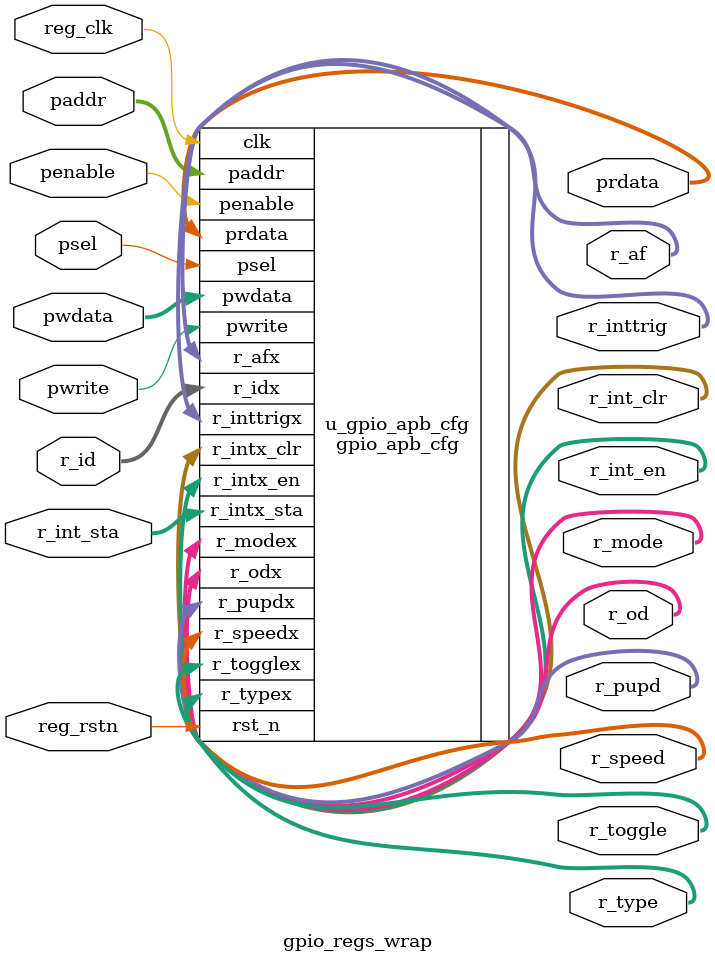
<source format=v>

module gpio_regs_wrap 
(
	// regs interface
	input  						reg_clk,  
	input  						reg_rstn,
	input 		[31:0]			paddr, 
	input  						pwrite, 
	input  						psel, 
	input  						penable, 
	input 		[31:0]			pwdata, 
	output		[31:0]			prdata,

	// regs
	output		[31:0]			r_mode,
	output		[15:0]			r_type,
	output		[31:0]			r_speed,
	output		[31:0]			r_pupd,
	output		[15:0]			r_od,
	output		[15:0]			r_toggle,
	output		[31:0]			r_af,
	output		[31:0]			r_inttrig,
	input		[15:0]			r_id,

	// interrupt control & status
	output		[15:0]			r_int_en,
	output		[15:0]			r_int_clr,
	input		[15:0]			r_int_sta
);

//===============================================
// gpio regs
//===============================================

gpio_apb_cfg u_gpio_apb_cfg
(
	.clk						(reg_clk),
	.rst_n						(reg_rstn),
	.pwrite						(pwrite),
	.psel						(psel),
	.penable					(penable),
	.paddr						(paddr),
	.pwdata						(pwdata),
	.prdata						(prdata),
	.r_modex					(r_mode),	
	.r_typex					(r_type),
	.r_speedx					(r_speed),
	.r_pupdx					(r_pupd),	
	.r_odx						(r_od),
	.r_togglex					(r_toggle),
	.r_afx						(r_af),
	.r_inttrigx					(r_inttrig),
	.r_intx_en					(r_int_en),
	.r_intx_clr					(r_int_clr),
	.r_idx						(r_id),	
	.r_intx_sta					(r_int_sta)
);

endmodule


</source>
